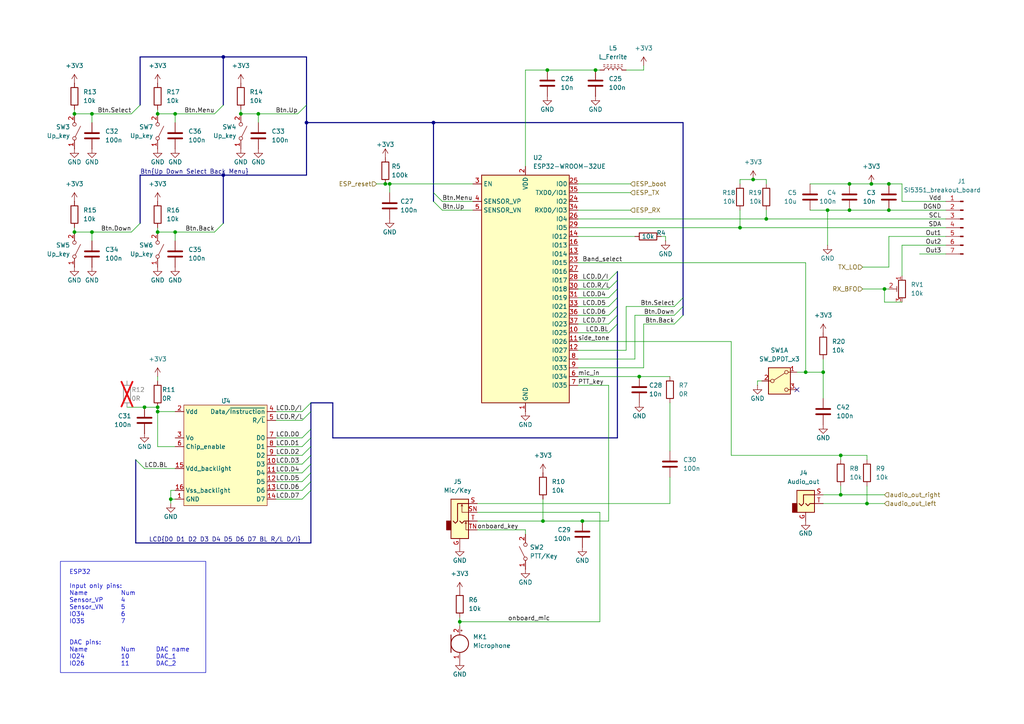
<source format=kicad_sch>
(kicad_sch (version 20231120) (generator "eeschema") (generator_version "8.0")
  (paper "A4")
  (lib_symbols
    (symbol "Connector:Conn_01x07_Pin" (pin_names (offset 1.016) hide)
      (property "Reference" "J" (at 0 10.16 0))
      (property "Value" "Conn_01x07_Pin" (at 0 -10.16 0))
      (symbol "Conn_01x07_Pin_1_1"
        (polyline (pts (xy 1.27 -7.62) (xy 0.8636 -7.62)) (stroke (width 0.1524)))
        (polyline (pts (xy 1.27 -5.08) (xy 0.8636 -5.08)) (stroke (width 0.1524)))
        (polyline (pts (xy 1.27 -2.54) (xy 0.8636 -2.54)) (stroke (width 0.1524)))
        (polyline (pts (xy 1.27 0) (xy 0.8636 0)) (stroke (width 0.1524)))
        (polyline (pts (xy 1.27 2.54) (xy 0.8636 2.54)) (stroke (width 0.1524)))
        (polyline (pts (xy 1.27 5.08) (xy 0.8636 5.08)) (stroke (width 0.1524)))
        (polyline (pts (xy 1.27 7.62) (xy 0.8636 7.62)) (stroke (width 0.1524)))
        (rectangle (start 0.8636 -7.493) (end 0 -7.747) (stroke (width 0.1524)) (fill (type outline)))
        (rectangle (start 0.8636 -4.953) (end 0 -5.207) (stroke (width 0.1524)) (fill (type outline)))
        (rectangle (start 0.8636 -2.413) (end 0 -2.667) (stroke (width 0.1524)) (fill (type outline)))
        (rectangle (start 0.8636 0.127) (end 0 -0.127) (stroke (width 0.1524)) (fill (type outline)))
        (rectangle (start 0.8636 2.667) (end 0 2.413) (stroke (width 0.1524)) (fill (type outline)))
        (rectangle (start 0.8636 5.207) (end 0 4.953) (stroke (width 0.1524)) (fill (type outline)))
        (rectangle (start 0.8636 7.747) (end 0 7.493) (stroke (width 0.1524)) (fill (type outline)))
        (pin passive line (at 5.08 7.62 180) (length 3.81) (name "Pin_1") (number "1"))
        (pin passive line (at 5.08 5.08 180) (length 3.81) (name "Pin_2") (number "2"))
        (pin passive line (at 5.08 2.54 180) (length 3.81) (name "Pin_3") (number "3"))
        (pin passive line (at 5.08 0 180) (length 3.81) (name "Pin_4") (number "4"))
        (pin passive line (at 5.08 -2.54 180) (length 3.81) (name "Pin_5") (number "5"))
        (pin passive line (at 5.08 -5.08 180) (length 3.81) (name "Pin_6") (number "6"))
        (pin passive line (at 5.08 -7.62 180) (length 3.81) (name "Pin_7") (number "7"))
      )
    )
    (symbol "Connector_Audio:AudioJack2_Ground"
      (property "Reference" "J" (at 0 8.89 0))
      (property "Value" "AudioJack2_Ground" (at 0 6.35 0))
      (symbol "AudioJack2_Ground_0_1"
        (rectangle (start -2.54 -2.54) (end -3.81 0) (stroke (width 0.254)) (fill (type outline)))
        (polyline (pts (xy 0 0) (xy 0.635 -0.635) (xy 1.27 0) (xy 2.54 0)) (stroke (width 0.254)))
        (polyline (pts (xy 2.54 2.54) (xy -0.635 2.54) (xy -0.635 0) (xy -1.27 -0.635) (xy -1.905 0)) (stroke (width 0.254)))
        (rectangle (start 2.54 3.81) (end -2.54 -2.54) (stroke (width 0.254)) (fill (type background)))
      )
      (symbol "AudioJack2_Ground_1_1"
        (pin passive line (at 0 -5.08 90) (length 2.54) (name "~") (number "G"))
        (pin passive line (at 5.08 2.54 180) (length 2.54) (name "~") (number "S"))
        (pin passive line (at 5.08 0 180) (length 2.54) (name "~") (number "T"))
      )
    )
    (symbol "Connector_Audio:AudioJack2_Ground_Switch"
      (property "Reference" "J" (at 0 11.43 0))
      (property "Value" "AudioJack2_Ground_Switch" (at 0 8.89 0))
      (symbol "AudioJack2_Ground_Switch_0_1"
        (rectangle (start -2.54 -2.54) (end -3.81 0) (stroke (width 0.254)) (fill (type outline)))
        (rectangle (start 2.54 6.35) (end -2.54 -5.08) (stroke (width 0.254)) (fill (type background)))
      )
      (symbol "AudioJack2_Ground_Switch_1_1"
        (polyline (pts (xy 0.635 4.826) (xy 0.889 4.318)))
        (polyline (pts (xy 1.778 -0.254) (xy 2.032 -0.762)))
        (polyline (pts (xy 0 0) (xy 0.635 -0.635) (xy 1.27 0) (xy 2.54 0)) (stroke (width 0.254)))
        (polyline (pts (xy 2.54 -2.54) (xy 1.778 -2.54) (xy 1.778 -0.254) (xy 1.524 -0.762)))
        (polyline (pts (xy 2.54 2.54) (xy 0.635 2.54) (xy 0.635 4.826) (xy 0.381 4.318)))
        (polyline (pts (xy 2.54 5.08) (xy -0.635 5.08) (xy -0.635 0) (xy -1.27 -0.635) (xy -1.905 0)) (stroke (width 0.254)))
        (pin passive line (at 0 -7.62 90) (length 2.54) (name "~") (number "G"))
        (pin passive line (at 5.08 5.08 180) (length 2.54) (name "~") (number "S"))
        (pin passive line (at 5.08 2.54 180) (length 2.54) (name "~") (number "SN"))
        (pin passive line (at 5.08 0 180) (length 2.54) (name "~") (number "T"))
        (pin passive line (at 5.08 -2.54 180) (length 2.54) (name "~") (number "TN"))
      )
    )
    (symbol "Device:C" (pin_numbers hide) (pin_names (offset 0.254))
      (property "Reference" "C" (at 0.635 2.54 0))
      (property "Value" "C" (at 0.635 -2.54 0))
      (symbol "C_0_1"
        (polyline (pts (xy -2.032 -0.762) (xy 2.032 -0.762)) (stroke (width 0.508)))
        (polyline (pts (xy -2.032 0.762) (xy 2.032 0.762)) (stroke (width 0.508)))
      )
      (symbol "C_1_1"
        (pin passive line (at 0 3.81 270) (length 2.794) (name "~") (number "1"))
        (pin passive line (at 0 -3.81 90) (length 2.794) (name "~") (number "2"))
      )
    )
    (symbol "Device:L_Ferrite" (pin_numbers hide) (pin_names (offset 1.016) hide)
      (property "Reference" "L" (at -1.27 0 90))
      (property "Value" "L_Ferrite" (at 2.794 0 90))
      (symbol "L_Ferrite_0_1"
        (arc (start 0 -2.54) (mid 0.6323 -1.905) (end 0 -1.27))
        (arc (start 0 -1.27) (mid 0.6323 -0.635) (end 0 0))
        (polyline (pts (xy 1.016 -2.794) (xy 1.016 -2.286)))
        (polyline (pts (xy 1.016 -1.778) (xy 1.016 -1.27)))
        (polyline (pts (xy 1.016 -0.762) (xy 1.016 -0.254)))
        (polyline (pts (xy 1.016 0.254) (xy 1.016 0.762)))
        (polyline (pts (xy 1.016 1.27) (xy 1.016 1.778)))
        (polyline (pts (xy 1.016 2.286) (xy 1.016 2.794)))
        (polyline (pts (xy 1.524 -2.286) (xy 1.524 -2.794)))
        (polyline (pts (xy 1.524 -1.27) (xy 1.524 -1.778)))
        (polyline (pts (xy 1.524 -0.254) (xy 1.524 -0.762)))
        (polyline (pts (xy 1.524 0.762) (xy 1.524 0.254)))
        (polyline (pts (xy 1.524 1.778) (xy 1.524 1.27)))
        (polyline (pts (xy 1.524 2.794) (xy 1.524 2.286)))
        (arc (start 0 0) (mid 0.6323 0.635) (end 0 1.27))
        (arc (start 0 1.27) (mid 0.6323 1.905) (end 0 2.54))
      )
      (symbol "L_Ferrite_1_1"
        (pin passive line (at 0 3.81 270) (length 1.27) (name "1") (number "1"))
        (pin passive line (at 0 -3.81 90) (length 1.27) (name "2") (number "2"))
      )
    )
    (symbol "Device:Microphone" (pin_names (offset 0.0254) hide)
      (property "Reference" "MK" (at -3.81 1.27 0))
      (property "Value" "Microphone" (at -3.81 -0.635 0))
      (symbol "Microphone_0_1"
        (polyline (pts (xy -2.54 2.54) (xy -2.54 -2.54)) (stroke (width 0.254)))
        (polyline (pts (xy 0.254 3.81) (xy 0.762 3.81)))
        (polyline (pts (xy 0.508 4.064) (xy 0.508 3.556)))
        (circle (center 0 0) (radius 2.54) (stroke (width 0.254)))
      )
      (symbol "Microphone_1_1"
        (pin passive line (at 0 -5.08 90) (length 2.54) (name "-") (number "1"))
        (pin passive line (at 0 5.08 270) (length 2.54) (name "+") (number "2"))
      )
    )
    (symbol "Device:R" (pin_numbers hide) (pin_names (offset 0))
      (property "Reference" "R" (at 2.032 0 90))
      (property "Value" "R" (at 0 0 90))
      (symbol "R_0_1"
        (rectangle (start -1.016 -2.54) (end 1.016 2.54) (stroke (width 0.254)))
      )
      (symbol "R_1_1"
        (pin passive line (at 0 3.81 270) (length 1.27) (name "~") (number "1"))
        (pin passive line (at 0 -3.81 90) (length 1.27) (name "~") (number "2"))
      )
    )
    (symbol "Device:R_Potentiometer_Trim" (pin_names (offset 1.016) hide)
      (property "Reference" "RV" (at -4.445 0 90))
      (property "Value" "R_Potentiometer_Trim" (at -2.54 0 90))
      (symbol "R_Potentiometer_Trim_0_1"
        (polyline (pts (xy 1.524 0.762) (xy 1.524 -0.762)))
        (polyline (pts (xy 2.54 0) (xy 1.524 0)))
        (rectangle (start 1.016 2.54) (end -1.016 -2.54) (stroke (width 0.254)))
      )
      (symbol "R_Potentiometer_Trim_1_1"
        (pin passive line (at 0 3.81 270) (length 1.27) (name "1") (number "1"))
        (pin passive line (at 3.81 0 180) (length 1.27) (name "2") (number "2"))
        (pin passive line (at 0 -3.81 90) (length 1.27) (name "3") (number "3"))
      )
    )
    (symbol "RF_Module:ESP32-WROOM-32UE"
      (property "Reference" "U" (at -12.7 34.29 0))
      (property "Value" "ESP32-WROOM-32UE" (at 1.27 34.29 0))
      (symbol "ESP32-WROOM-32UE_0_1"
        (rectangle (start -12.7 33.02) (end 12.7 -33.02) (stroke (width 0.254)) (fill (type background)))
      )
      (symbol "ESP32-WROOM-32UE_1_1"
        (pin power_in line (at 0 -35.56 90) (length 2.54) (name "GND") (number "1"))
        (pin bidirectional line (at 15.24 -12.7 180) (length 2.54) (name "IO25") (number "10"))
        (pin bidirectional line (at 15.24 -15.24 180) (length 2.54) (name "IO26") (number "11"))
        (pin bidirectional line (at 15.24 -17.78 180) (length 2.54) (name "IO27") (number "12"))
        (pin bidirectional line (at 15.24 10.16 180) (length 2.54) (name "IO14") (number "13"))
        (pin bidirectional line (at 15.24 15.24 180) (length 2.54) (name "IO12") (number "14"))
        (pin passive line (at 0 -35.56 90) (length 2.54) hide (name "GND") (number "15"))
        (pin bidirectional line (at 15.24 12.7 180) (length 2.54) (name "IO13") (number "16"))
        (pin no_connect line (at -12.7 -5.08 0) (length 2.54) hide (name "NC") (number "17"))
        (pin no_connect line (at -12.7 -7.62 0) (length 2.54) hide (name "NC") (number "18"))
        (pin no_connect line (at -12.7 -12.7 0) (length 2.54) hide (name "NC") (number "19"))
        (pin power_in line (at 0 35.56 270) (length 2.54) (name "VDD") (number "2"))
        (pin no_connect line (at -12.7 -10.16 0) (length 2.54) hide (name "NC") (number "20"))
        (pin no_connect line (at -12.7 0 0) (length 2.54) hide (name "NC") (number "21"))
        (pin no_connect line (at -12.7 -2.54 0) (length 2.54) hide (name "NC") (number "22"))
        (pin bidirectional line (at 15.24 7.62 180) (length 2.54) (name "IO15") (number "23"))
        (pin bidirectional line (at 15.24 25.4 180) (length 2.54) (name "IO2") (number "24"))
        (pin bidirectional line (at 15.24 30.48 180) (length 2.54) (name "IO0") (number "25"))
        (pin bidirectional line (at 15.24 20.32 180) (length 2.54) (name "IO4") (number "26"))
        (pin bidirectional line (at 15.24 5.08 180) (length 2.54) (name "IO16") (number "27"))
        (pin bidirectional line (at 15.24 2.54 180) (length 2.54) (name "IO17") (number "28"))
        (pin bidirectional line (at 15.24 17.78 180) (length 2.54) (name "IO5") (number "29"))
        (pin input line (at -15.24 30.48 0) (length 2.54) (name "EN") (number "3"))
        (pin bidirectional line (at 15.24 0 180) (length 2.54) (name "IO18") (number "30"))
        (pin bidirectional line (at 15.24 -2.54 180) (length 2.54) (name "IO19") (number "31"))
        (pin no_connect line (at -12.7 -27.94 0) (length 2.54) hide (name "NC") (number "32"))
        (pin bidirectional line (at 15.24 -5.08 180) (length 2.54) (name "IO21") (number "33"))
        (pin bidirectional line (at 15.24 22.86 180) (length 2.54) (name "RXD0/IO3") (number "34"))
        (pin bidirectional line (at 15.24 27.94 180) (length 2.54) (name "TXD0/IO1") (number "35"))
        (pin bidirectional line (at 15.24 -7.62 180) (length 2.54) (name "IO22") (number "36"))
        (pin bidirectional line (at 15.24 -10.16 180) (length 2.54) (name "IO23") (number "37"))
        (pin passive line (at 0 -35.56 90) (length 2.54) hide (name "GND") (number "38"))
        (pin passive line (at 0 -35.56 90) (length 2.54) hide (name "GND") (number "39"))
        (pin input line (at -15.24 25.4 0) (length 2.54) (name "SENSOR_VP") (number "4"))
        (pin input line (at -15.24 22.86 0) (length 2.54) (name "SENSOR_VN") (number "5"))
        (pin input line (at 15.24 -25.4 180) (length 2.54) (name "IO34") (number "6"))
        (pin input line (at 15.24 -27.94 180) (length 2.54) (name "IO35") (number "7"))
        (pin bidirectional line (at 15.24 -20.32 180) (length 2.54) (name "IO32") (number "8"))
        (pin bidirectional line (at 15.24 -22.86 180) (length 2.54) (name "IO33") (number "9"))
      )
    )
    (symbol "Switch:SW_SPST" (pin_names (offset 0) hide)
      (property "Reference" "SW" (at 0 3.175 0))
      (property "Value" "SW_SPST" (at 0 -2.54 0))
      (symbol "SW_SPST_0_0"
        (circle (center -2.032 0) (radius 0.508))
        (polyline (pts (xy -1.524 0.254) (xy 1.524 1.778)))
        (circle (center 2.032 0) (radius 0.508))
      )
      (symbol "SW_SPST_1_1"
        (pin passive line (at -5.08 0 0) (length 2.54) (name "A") (number "1"))
        (pin passive line (at 5.08 0 180) (length 2.54) (name "B") (number "2"))
      )
    )
    (symbol "power:+3V3" (power) (pin_numbers hide) (pin_names (offset 0) hide)
      (property "Value" "+3V3" (at 0 3.556 0))
      (symbol "+3V3_0_1"
        (polyline (pts (xy -0.762 1.27) (xy 0 2.54)))
        (polyline (pts (xy 0 0) (xy 0 2.54)))
        (polyline (pts (xy 0 2.54) (xy 0.762 1.27)))
      )
      (symbol "+3V3_1_1"
        (pin power_in line (at 0 0 90) (length 0) (name "~") (number "1"))
      )
    )
    (symbol "power:GND" (power) (pin_numbers hide) (pin_names (offset 0) hide)
      (property "Value" "GND" (at 0 -3.81 0))
      (symbol "GND_0_1"
        (polyline (pts (xy 0 0) (xy 0 -1.27) (xy 1.27 -1.27) (xy 0 -2.54) (xy -1.27 -1.27) (xy 0 -1.27)))
      )
      (symbol "GND_1_1"
        (pin power_in line (at 0 0 270) (length 0) (name "~") (number "1"))
      )
    )
    (symbol "power:GND1" (power) (pin_numbers hide) (pin_names (offset 0) hide)
      (property "Value" "GND1" (at 0 -3.81 0))
      (symbol "GND1_0_1"
        (polyline (pts (xy 0 0) (xy 0 -1.27) (xy 1.27 -1.27) (xy 0 -2.54) (xy -1.27 -1.27) (xy 0 -1.27)))
      )
      (symbol "GND1_1_1"
        (pin power_in line (at 0 0 270) (length 0) (name "~") (number "1"))
      )
    )
    (symbol "summit_scourer:8x2_LCD"
      (property "Reference" "U" (at 0 16.764 0))
      (symbol "8x2_LCD_1_1"
        (rectangle (start -12.7 14.605) (end 11.43 -14.605) (fill (type background)))
        (pin power_in line (at -15.24 -12.7 0) (length 2.54) (name "GND") (number "1"))
        (pin bidirectional line (at 13.97 -2.54 180) (length 2.54) (name "D3") (number "10"))
        (pin bidirectional line (at 13.97 -5.08 180) (length 2.54) (name "D4") (number "11"))
        (pin bidirectional line (at 13.97 -7.62 180) (length 2.54) (name "D5") (number "12"))
        (pin bidirectional line (at 13.97 -10.16 180) (length 2.54) (name "D6") (number "13"))
        (pin bidirectional line (at 13.97 -12.7 180) (length 2.54) (name "D7") (number "14"))
        (pin power_in line (at -15.24 -3.81 0) (length 2.54) (name "Vdd_backlight") (number "15"))
        (pin power_in line (at -15.24 -10.16 0) (length 2.54) (name "Vss_backlight") (number "16"))
        (pin power_in line (at -15.24 12.7 0) (length 2.54) (name "Vdd") (number "2"))
        (pin power_in line (at -15.24 5.08 0) (length 2.54) (name "Vo") (number "3"))
        (pin input line (at 13.97 12.7 180) (length 2.54) (name "Data/~{Instruction}") (number "4"))
        (pin input line (at 13.97 10.16 180) (length 2.54) (name "R/~{L}") (number "5"))
        (pin input line (at -15.24 2.54 0) (length 2.54) (name "Chip_enable") (number "6"))
        (pin bidirectional line (at 13.97 5.08 180) (length 2.54) (name "D0") (number "7"))
        (pin bidirectional line (at 13.97 2.54 180) (length 2.54) (name "D1") (number "8"))
        (pin bidirectional line (at 13.97 0 180) (length 2.54) (name "D2") (number "9"))
      )
    )
    (symbol "summit_scourer:SW_DPDT_x3" (pin_names (offset 0) hide)
      (property "Reference" "SW" (at 0 5.08 0))
      (property "Value" "SW_DPDT_x3" (at 0 -5.08 0))
      (symbol "SW_DPDT_x3_0_0"
        (circle (center -2.032 0) (radius 0.508))
        (circle (center 2.032 -2.54) (radius 0.508))
      )
      (symbol "SW_DPDT_x3_0_1"
        (rectangle (start -3.175 3.81) (end 3.175 -3.81) (stroke (width 0.254)) (fill (type background)))
        (polyline (pts (xy -1.524 0.254) (xy 1.5748 2.286)))
        (circle (center 2.032 2.54) (radius 0.508))
      )
      (symbol "SW_DPDT_x3_1_1"
        (pin passive line (at 5.08 2.54 180) (length 2.54) (name "A") (number "1"))
        (pin passive line (at -5.08 0 0) (length 2.54) (name "B") (number "2"))
        (pin passive line (at 5.08 -2.54 180) (length 2.54) (name "C") (number "3"))
      )
      (symbol "SW_DPDT_x3_2_1"
        (pin passive line (at 5.08 2.54 180) (length 2.54) (name "A") (number "4"))
        (pin passive line (at -5.08 0 0) (length 2.54) (name "B") (number "5"))
        (pin passive line (at 5.08 -2.54 180) (length 2.54) (name "C") (number "6"))
      )
      (symbol "SW_DPDT_x3_3_1"
        (pin passive line (at 5.08 2.54 180) (length 2.54) (name "A") (number "7"))
        (pin passive line (at -5.08 0 0) (length 2.54) (name "B") (number "8"))
        (pin passive line (at 5.08 -2.54 180) (length 2.54) (name "C") (number "9"))
      )
    )
  )
  (junction (at 185.42 109.22))
  (junction (at 246.38 60.96))
  (junction (at 64.77 50.8))
  (junction (at 125.73 35.56))
  (junction (at 214.63 66.04))
  (junction (at 64.77 16.51))
  (junction (at 113.03 53.34))
  (junction (at 238.76 107.95))
  (junction (at 111.76 53.34))
  (junction (at 158.75 20.32))
  (junction (at 45.72 118.11))
  (junction (at 26.67 67.31))
  (junction (at 256.54 83.82))
  (junction (at 133.35 180.34))
  (junction (at 21.59 33.02))
  (junction (at 21.59 67.31))
  (junction (at 233.68 107.95))
  (junction (at 45.72 33.02))
  (junction (at 74.93 33.02))
  (junction (at 45.72 67.31))
  (junction (at 243.84 132.08))
  (junction (at 45.72 119.38))
  (junction (at 69.85 33.02))
  (junction (at 157.48 151.13))
  (junction (at 257.81 60.96))
  (junction (at 26.67 33.02))
  (junction (at 50.8 67.31))
  (junction (at 243.84 143.51))
  (junction (at 50.8 33.02))
  (junction (at 240.03 60.96))
  (junction (at 49.53 144.78))
  (junction (at 246.38 53.34))
  (junction (at 172.72 20.32))
  (junction (at 251.46 146.05))
  (junction (at 222.25 63.5))
  (junction (at 41.91 118.11))
  (junction (at 88.9 35.56))
  (junction (at 252.73 53.34))
  (junction (at 218.44 52.07))
  (junction (at 257.81 53.34))
  (junction (at 168.91 151.13))
  (no_connect (at 231.14 113.03))
  (bus_entry (at 179.07 81.28) (size -2.54 2.54))
  (bus_entry (at 90.17 139.7) (size -2.54 2.54))
  (bus_entry (at 179.07 86.36) (size -2.54 2.54))
  (bus_entry (at 62.23 67.31) (size 2.54 -2.54))
  (bus_entry (at 179.07 83.82) (size -2.54 2.54))
  (bus_entry (at 128.27 58.42) (size -2.54 -2.54))
  (bus_entry (at 90.17 116.84) (size -2.54 2.54))
  (bus_entry (at 90.17 119.38) (size -2.54 2.54))
  (bus_entry (at 195.58 91.44) (size 2.54 -2.54))
  (bus_entry (at 179.07 88.9) (size -2.54 2.54))
  (bus_entry (at 179.07 91.44) (size -2.54 2.54))
  (bus_entry (at 62.23 33.02) (size 2.54 -2.54))
  (bus_entry (at 86.36 33.02) (size 2.54 -2.54))
  (bus_entry (at 38.1 67.31) (size 2.54 -2.54))
  (bus_entry (at 90.17 132.08) (size -2.54 2.54))
  (bus_entry (at 90.17 127) (size -2.54 2.54))
  (bus_entry (at 90.17 137.16) (size -2.54 2.54))
  (bus_entry (at 179.07 93.98) (size -2.54 2.54))
  (bus_entry (at 90.17 142.24) (size -2.54 2.54))
  (bus_entry (at 195.58 93.98) (size 2.54 -2.54))
  (bus_entry (at 195.58 88.9) (size 2.54 -2.54))
  (bus_entry (at 90.17 124.46) (size -2.54 2.54))
  (bus_entry (at 90.17 129.54) (size -2.54 2.54))
  (bus_entry (at 179.07 78.74) (size -2.54 2.54))
  (bus_entry (at 38.1 33.02) (size 2.54 -2.54))
  (bus_entry (at 39.37 133.35) (size 2.54 2.54))
  (bus_entry (at 90.17 134.62) (size -2.54 2.54))
  (bus_entry (at 128.27 60.96) (size -2.54 -2.54))
  (wire (pts (xy 157.48 151.13) (xy 168.91 151.13)))
  (wire (pts (xy 214.63 66.04) (xy 274.32 66.04)))
  (wire (pts (xy 256.54 143.51) (xy 243.84 143.51)))
  (wire (pts (xy 113.03 53.34) (xy 137.16 53.34)))
  (wire (pts (xy 26.67 35.56) (xy 26.67 33.02)))
  (wire (pts (xy 167.64 83.82) (xy 176.53 83.82)))
  (wire (pts (xy 274.32 58.42) (xy 261.62 58.42)))
  (bus (pts (xy 179.07 88.9) (xy 179.07 91.44)))
  (wire (pts (xy 167.64 68.58) (xy 184.15 68.58)))
  (wire (pts (xy 274.32 71.12) (xy 261.62 71.12)))
  (wire (pts (xy 50.8 67.31) (xy 45.72 67.31)))
  (wire (pts (xy 214.63 52.07) (xy 218.44 52.07)))
  (wire (pts (xy 257.81 60.96) (xy 246.38 60.96)))
  (wire (pts (xy 186.69 106.68) (xy 186.69 93.98)))
  (wire (pts (xy 167.64 101.6) (xy 181.61 101.6)))
  (wire (pts (xy 167.64 86.36) (xy 176.53 86.36)))
  (wire (pts (xy 26.67 33.02) (xy 38.1 33.02)))
  (wire (pts (xy 50.8 33.02) (xy 45.72 33.02)))
  (wire (pts (xy 74.93 35.56) (xy 74.93 33.02)))
  (wire (pts (xy 257.81 53.34) (xy 252.73 53.34)))
  (wire (pts (xy 69.85 31.75) (xy 69.85 33.02)))
  (bus (pts (xy 179.07 83.82) (xy 179.07 86.36)))
  (wire (pts (xy 133.35 180.34) (xy 173.99 180.34)))
  (wire (pts (xy 212.09 132.08) (xy 212.09 99.06)))
  (wire (pts (xy 80.01 144.78) (xy 87.63 144.78)))
  (wire (pts (xy 173.99 148.59) (xy 173.99 180.34)))
  (wire (pts (xy 158.75 20.32) (xy 172.72 20.32)))
  (wire (pts (xy 176.53 111.76) (xy 176.53 151.13)))
  (wire (pts (xy 186.69 19.05) (xy 186.69 20.32)))
  (bus (pts (xy 39.37 133.35) (xy 39.37 157.48)))
  (wire (pts (xy 240.03 60.96) (xy 234.95 60.96)))
  (wire (pts (xy 41.91 118.11) (xy 45.72 118.11)))
  (wire (pts (xy 184.15 91.44) (xy 195.58 91.44)))
  (wire (pts (xy 167.64 63.5) (xy 222.25 63.5)))
  (wire (pts (xy 80.01 137.16) (xy 87.63 137.16)))
  (wire (pts (xy 167.64 99.06) (xy 212.09 99.06)))
  (wire (pts (xy 49.53 146.05) (xy 49.53 144.78)))
  (bus (pts (xy 96.52 127) (xy 96.52 116.84)))
  (wire (pts (xy 50.8 129.54) (xy 45.72 129.54)))
  (bus (pts (xy 125.73 35.56) (xy 198.12 35.56)))
  (bus (pts (xy 64.77 16.51) (xy 88.9 16.51)))
  (wire (pts (xy 167.64 81.28) (xy 176.53 81.28)))
  (wire (pts (xy 138.43 151.13) (xy 157.48 151.13)))
  (wire (pts (xy 167.64 91.44) (xy 176.53 91.44)))
  (wire (pts (xy 222.25 63.5) (xy 274.32 63.5)))
  (bus (pts (xy 90.17 142.24) (xy 90.17 157.48)))
  (wire (pts (xy 138.43 146.05) (xy 194.31 146.05)))
  (bus (pts (xy 198.12 88.9) (xy 198.12 91.44)))
  (wire (pts (xy 252.73 53.34) (xy 246.38 53.34)))
  (bus (pts (xy 198.12 86.36) (xy 198.12 88.9)))
  (bus (pts (xy 40.64 16.51) (xy 64.77 16.51)))
  (wire (pts (xy 233.68 107.95) (xy 233.68 76.2)))
  (wire (pts (xy 185.42 109.22) (xy 194.31 109.22)))
  (wire (pts (xy 212.09 132.08) (xy 243.84 132.08)))
  (wire (pts (xy 50.8 142.24) (xy 49.53 142.24)))
  (bus (pts (xy 198.12 35.56) (xy 198.12 86.36)))
  (wire (pts (xy 137.16 58.42) (xy 128.27 58.42)))
  (wire (pts (xy 193.04 69.85) (xy 193.04 68.58)))
  (wire (pts (xy 194.31 146.05) (xy 194.31 138.43)))
  (wire (pts (xy 21.59 31.75) (xy 21.59 33.02)))
  (wire (pts (xy 261.62 53.34) (xy 257.81 53.34)))
  (wire (pts (xy 256.54 83.82) (xy 250.19 83.82)))
  (wire (pts (xy 80.01 121.92) (xy 87.63 121.92)))
  (wire (pts (xy 167.64 55.88) (xy 182.88 55.88)))
  (wire (pts (xy 167.64 60.96) (xy 182.88 60.96)))
  (wire (pts (xy 157.48 144.78) (xy 157.48 151.13)))
  (wire (pts (xy 80.01 127) (xy 87.63 127)))
  (wire (pts (xy 193.04 68.58) (xy 191.77 68.58)))
  (bus (pts (xy 90.17 127) (xy 90.17 124.46)))
  (wire (pts (xy 222.25 53.34) (xy 222.25 52.07)))
  (bus (pts (xy 179.07 78.74) (xy 179.07 81.28)))
  (bus (pts (xy 90.17 142.24) (xy 90.17 139.7)))
  (wire (pts (xy 45.72 119.38) (xy 45.72 118.11)))
  (wire (pts (xy 50.8 35.56) (xy 50.8 33.02)))
  (wire (pts (xy 80.01 119.38) (xy 87.63 119.38)))
  (wire (pts (xy 167.64 88.9) (xy 176.53 88.9)))
  (wire (pts (xy 176.53 111.76) (xy 167.64 111.76)))
  (wire (pts (xy 173.99 20.32) (xy 172.72 20.32)))
  (wire (pts (xy 186.69 20.32) (xy 181.61 20.32)))
  (bus (pts (xy 179.07 91.44) (xy 179.07 93.98)))
  (wire (pts (xy 243.84 143.51) (xy 238.76 143.51)))
  (wire (pts (xy 233.68 76.2) (xy 167.64 76.2)))
  (wire (pts (xy 257.81 68.58) (xy 257.81 77.47)))
  (wire (pts (xy 50.8 119.38) (xy 45.72 119.38)))
  (wire (pts (xy 251.46 146.05) (xy 238.76 146.05)))
  (wire (pts (xy 50.8 67.31) (xy 62.23 67.31)))
  (wire (pts (xy 251.46 133.35) (xy 251.46 132.08)))
  (wire (pts (xy 36.83 118.11) (xy 41.91 118.11)))
  (wire (pts (xy 109.22 53.34) (xy 111.76 53.34)))
  (wire (pts (xy 167.64 66.04) (xy 214.63 66.04)))
  (wire (pts (xy 218.44 52.07) (xy 222.25 52.07)))
  (wire (pts (xy 137.16 60.96) (xy 128.27 60.96)))
  (bus (pts (xy 40.64 30.48) (xy 40.64 16.51)))
  (wire (pts (xy 167.64 109.22) (xy 185.42 109.22)))
  (bus (pts (xy 90.17 129.54) (xy 90.17 127)))
  (wire (pts (xy 133.35 181.61) (xy 133.35 180.34)))
  (wire (pts (xy 222.25 60.96) (xy 222.25 63.5)))
  (bus (pts (xy 64.77 50.8) (xy 88.9 50.8)))
  (wire (pts (xy 167.64 104.14) (xy 184.15 104.14)))
  (wire (pts (xy 181.61 88.9) (xy 181.61 101.6)))
  (bus (pts (xy 39.37 157.48) (xy 90.17 157.48)))
  (bus (pts (xy 90.17 134.62) (xy 90.17 137.16)))
  (wire (pts (xy 246.38 60.96) (xy 240.03 60.96)))
  (bus (pts (xy 88.9 16.51) (xy 88.9 30.48)))
  (wire (pts (xy 26.67 67.31) (xy 21.59 67.31)))
  (wire (pts (xy 45.72 119.38) (xy 45.72 129.54)))
  (wire (pts (xy 176.53 96.52) (xy 167.64 96.52)))
  (wire (pts (xy 167.64 106.68) (xy 186.69 106.68)))
  (wire (pts (xy 152.4 20.32) (xy 152.4 48.26)))
  (wire (pts (xy 256.54 87.63) (xy 256.54 83.82)))
  (wire (pts (xy 50.8 33.02) (xy 62.23 33.02)))
  (bus (pts (xy 90.17 116.84) (xy 90.17 119.38)))
  (wire (pts (xy 41.91 135.89) (xy 50.8 135.89)))
  (wire (pts (xy 26.67 67.31) (xy 38.1 67.31)))
  (wire (pts (xy 256.54 146.05) (xy 251.46 146.05)))
  (wire (pts (xy 80.01 132.08) (xy 87.63 132.08)))
  (wire (pts (xy 214.63 52.07) (xy 214.63 53.34)))
  (bus (pts (xy 88.9 35.56) (xy 125.73 35.56)))
  (wire (pts (xy 80.01 139.7) (xy 87.63 139.7)))
  (wire (pts (xy 167.64 53.34) (xy 182.88 53.34)))
  (wire (pts (xy 173.99 148.59) (xy 138.43 148.59)))
  (wire (pts (xy 219.71 111.76) (xy 219.71 110.49)))
  (wire (pts (xy 243.84 132.08) (xy 251.46 132.08)))
  (wire (pts (xy 246.38 53.34) (xy 234.95 53.34)))
  (wire (pts (xy 45.72 31.75) (xy 45.72 33.02)))
  (wire (pts (xy 50.8 69.85) (xy 50.8 67.31)))
  (wire (pts (xy 261.62 71.12) (xy 261.62 80.01)))
  (bus (pts (xy 40.64 50.8) (xy 64.77 50.8)))
  (wire (pts (xy 261.62 87.63) (xy 256.54 87.63)))
  (bus (pts (xy 90.17 119.38) (xy 90.17 124.46)))
  (wire (pts (xy 231.14 107.95) (xy 233.68 107.95)))
  (wire (pts (xy 186.69 93.98) (xy 195.58 93.98)))
  (wire (pts (xy 233.68 107.95) (xy 238.76 107.95)))
  (wire (pts (xy 195.58 88.9) (xy 181.61 88.9)))
  (wire (pts (xy 152.4 20.32) (xy 158.75 20.32)))
  (wire (pts (xy 80.01 129.54) (xy 87.63 129.54)))
  (wire (pts (xy 49.53 144.78) (xy 50.8 144.78)))
  (bus (pts (xy 179.07 81.28) (xy 179.07 83.82)))
  (wire (pts (xy 45.72 66.04) (xy 45.72 67.31)))
  (bus (pts (xy 125.73 35.56) (xy 125.73 55.88)))
  (bus (pts (xy 64.77 16.51) (xy 64.77 30.48)))
  (wire (pts (xy 111.76 53.34) (xy 113.03 53.34)))
  (bus (pts (xy 179.07 86.36) (xy 179.07 88.9)))
  (wire (pts (xy 133.35 179.07) (xy 133.35 180.34)))
  (wire (pts (xy 238.76 104.14) (xy 238.76 107.95)))
  (wire (pts (xy 274.32 68.58) (xy 257.81 68.58)))
  (wire (pts (xy 26.67 69.85) (xy 26.67 67.31)))
  (bus (pts (xy 179.07 93.98) (xy 179.07 127)))
  (bus (pts (xy 88.9 30.48) (xy 88.9 35.56)))
  (wire (pts (xy 26.67 33.02) (xy 21.59 33.02)))
  (wire (pts (xy 45.72 109.22) (xy 45.72 110.49)))
  (wire (pts (xy 113.03 53.34) (xy 113.03 55.88)))
  (wire (pts (xy 257.81 77.47) (xy 250.19 77.47)))
  (bus (pts (xy 88.9 50.8) (xy 88.9 35.56)))
  (bus (pts (xy 125.73 55.88) (xy 125.73 58.42)))
  (wire (pts (xy 238.76 107.95) (xy 238.76 115.57)))
  (bus (pts (xy 40.64 64.77) (xy 40.64 50.8)))
  (wire (pts (xy 152.4 153.67) (xy 152.4 154.94)))
  (wire (pts (xy 261.62 58.42) (xy 261.62 53.34)))
  (wire (pts (xy 243.84 132.08) (xy 243.84 133.35)))
  (wire (pts (xy 49.53 142.24) (xy 49.53 144.78)))
  (bus (pts (xy 96.52 116.84) (xy 90.17 116.84)))
  (wire (pts (xy 184.15 104.14) (xy 184.15 91.44)))
  (bus (pts (xy 179.07 127) (xy 96.52 127)))
  (wire (pts (xy 74.93 33.02) (xy 86.36 33.02)))
  (wire (pts (xy 251.46 140.97) (xy 251.46 146.05)))
  (wire (pts (xy 257.81 83.82) (xy 256.54 83.82)))
  (bus (pts (xy 90.17 132.08) (xy 90.17 129.54)))
  (wire (pts (xy 274.32 60.96) (xy 257.81 60.96)))
  (wire (pts (xy 214.63 60.96) (xy 214.63 66.04)))
  (wire (pts (xy 80.01 142.24) (xy 87.63 142.24)))
  (wire (pts (xy 74.93 33.02) (xy 69.85 33.02)))
  (wire (pts (xy 219.71 110.49) (xy 220.98 110.49)))
  (bus (pts (xy 90.17 139.7) (xy 90.17 137.16)))
  (wire (pts (xy 138.43 153.67) (xy 152.4 153.67)))
  (wire (pts (xy 167.64 93.98) (xy 176.53 93.98)))
  (bus (pts (xy 64.77 50.8) (xy 64.77 64.77)))
  (bus (pts (xy 90.17 134.62) (xy 90.17 132.08)))
  (wire (pts (xy 21.59 66.04) (xy 21.59 67.31)))
  (wire (pts (xy 194.31 116.84) (xy 194.31 130.81)))
  (wire (pts (xy 80.01 134.62) (xy 87.63 134.62)))
  (wire (pts (xy 176.53 151.13) (xy 168.91 151.13)))
  (wire (pts (xy 274.32 73.66) (xy 266.7 73.66)))
  (wire (pts (xy 240.03 71.12) (xy 240.03 60.96)))
  (wire (pts (xy 243.84 140.97) (xy 243.84 143.51)))
  (rectangle (start 17.526 162.814) (end 59.69 195.072))
  (text "ESP32\n\nInput only pins:\nName		Num\nSensor_VP	4\nSensor_VN	5\nIO34		6\nIO35		7\n\n\nDAC pins:\nName		Num		DAC name\nIO24		10		DAC_1\nIO26		11		DAC_2" (at 20.066 179.324 0) (effects (font (size 1.27 1.27)) (justify left)))
  (label "Band_select" (at 168.91 76.2 0))
  (label "LCD.D{slash}I" (at 168.91 81.28 0))
  (label "Btn.Back" (at 62.23 67.31 180))
  (label "side_tone" (at 167.64 99.06 0))
  (label "LCD.BL" (at 176.53 96.52 180))
  (label "LCD.D0" (at 80.01 127 0))
  (label "Btn.Down" (at 38.1 67.31 180))
  (label "SDA" (at 273.05 66.04 180))
  (label "LCD{D0 D1 D2 D3 D4 D5 D6 D7 BL R{slash}L D{slash}I}" (at 43.18 157.48 0))
  (label "onboard_mic" (at 147.32 180.34 0))
  (label "onboard_key" (at 138.43 153.67 0))
  (label "LCD.D{slash}I" (at 80.01 119.38 0))
  (label "LCD.R{slash}L" (at 168.91 83.82 0))
  (label "LCD.D6" (at 168.91 91.44 0))
  (label "LCD.D1" (at 80.01 129.54 0))
  (label "SCL" (at 273.05 63.5 180))
  (label "LCD.D7" (at 168.91 93.98 0))
  (label "Btn.Select" (at 195.58 88.9 180))
  (label "Btn.Menu" (at 128.27 58.42 0))
  (label "mic_in" (at 167.64 109.22 0))
  (label "Btn{Up Down Select Back Menu}" (at 40.64 50.8 0))
  (label "LCD.D5" (at 168.91 88.9 0))
  (label "Btn.Select" (at 38.1 33.02 180))
  (label "Out2" (at 273.05 71.12 180))
  (label "LCD.BL" (at 41.91 135.89 0))
  (label "Btn.Down" (at 195.58 91.44 180))
  (label "LCD.D5" (at 80.01 139.7 0))
  (label "Btn.Up" (at 128.27 60.96 0))
  (label "Btn.Back" (at 195.58 93.98 180))
  (label "LCD.D4" (at 80.01 137.16 0))
  (label "Btn.Up" (at 86.36 33.02 180))
  (label "LCD.D4" (at 168.91 86.36 0))
  (label "LCD.D2" (at 80.01 132.08 0))
  (label "DGND" (at 273.05 60.96 180))
  (label "LCD.D6" (at 80.01 142.24 0))
  (label "Btn.Menu" (at 62.23 33.02 180))
  (label "LCD.D3" (at 80.01 134.62 0))
  (label "LCD.R{slash}L" (at 80.01 121.92 0))
  (label "Out3" (at 273.05 73.66 180))
  (label "Vdd" (at 273.05 58.42 180))
  (label "LCD.D7" (at 80.01 144.78 0))
  (label "Out1" (at 273.05 68.58 180))
  (label "PTT_key" (at 167.64 111.76 0))
  (hierarchical_label "audio_out_right" (shape input) (at 256.54 143.51 0))
  (hierarchical_label "ESP_boot" (shape input) (at 182.88 53.34 0))
  (hierarchical_label "audio_out_left" (shape input) (at 256.54 146.05 0))
  (hierarchical_label "RX_BFO" (shape input) (at 250.19 83.82 180))
  (hierarchical_label "TX_LO" (shape input) (at 250.19 77.47 180))
  (hierarchical_label "ESP_reset" (shape input) (at 109.22 53.34 180))
  (hierarchical_label "ESP_TX" (shape input) (at 182.88 55.88 0))
  (hierarchical_label "ESP_RX" (shape input) (at 182.88 60.96 0))
  (symbol (lib_id "Device:R") (at 69.85 27.94 0) (unit 1)
    (property "Reference" "R14" (at 72.39 26.6699 0) (effects (justify left)))
    (property "Value" "10k" (at 72.39 29.2099 0) (effects (justify left)))
    (property "Description" "Resistor" (effects (hide yes)))
  )
  (symbol (lib_id "Device:L_Ferrite") (at 177.8 20.32 90) (unit 1)
    (property "Reference" "L5" (at 177.8 13.97 90))
    (property "Value" "L_Ferrite" (at 177.8 16.51 90))
    (property "Description" "Inductor with ferrite core" (effects (hide yes)))
  )
  (symbol (lib_id "power:+3V3") (at 45.72 24.13 0) (unit 1)
    (property "Reference" "#PWR052" (effects (hide yes)))
    (property "Value" "+3V3" (at 45.72 19.05 0))
    (property "Description" "Power symbol creates a global label with name \"+3V3\"" (effects (hide yes)))
  )
  (symbol (lib_id "Device:C") (at 74.93 39.37 0) (unit 1)
    (property "Reference" "C33" (at 78.74 38.0999 0) (effects (justify left)))
    (property "Value" "100n" (at 78.74 40.6399 0) (effects (justify left)))
    (property "Footprint" "Capacitor_SMD:C_0603_1608Metric_Pad1.08x0.95mm_HandSolder" (effects (hide yes)))
    (property "Description" "Unpolarized capacitor" (effects (hide yes)))
  )
  (symbol (lib_id "Switch:SW_SPST") (at 69.85 38.1 270) (mirror x) (unit 1)
    (property "Reference" "SW4" (at 68.58 36.8299 90) (effects (justify right)))
    (property "Value" "Up_key" (at 68.58 39.3699 90) (effects (justify right)))
    (property "Description" "Single Pole Single Throw (SPST) switch" (effects (hide yes)))
  )
  (symbol (lib_id "power:GND1") (at 113.03 63.5 0) (unit 1)
    (property "Reference" "#PWR028" (effects (hide yes)))
    (property "Value" "GND" (at 113.03 67.31 0))
    (property "Description" "Power symbol creates a global label with name \"GND1\" , ground" (effects (hide yes)))
  )
  (symbol (lib_id "power:+3V3") (at 186.69 19.05 0) (unit 1)
    (property "Reference" "#PWR025" (effects (hide yes)))
    (property "Value" "+3V3" (at 186.69 13.97 0))
    (property "Description" "Power symbol creates a global label with name \"+3V3\"" (effects (hide yes)))
  )
  (symbol (lib_id "Device:R") (at 187.96 68.58 90) (unit 1)
    (property "Reference" "R4" (at 191.77 67.564 90))
    (property "Value" "10k" (at 187.96 68.58 90))
    (property "Description" "Resistor" (effects (hide yes)))
  )
  (symbol (lib_id "power:GND1") (at 193.04 69.85 0) (unit 1)
    (property "Reference" "#PWR024" (effects (hide yes)))
    (property "Value" "GND" (at 193.04 73.66 0))
    (property "Description" "Power symbol creates a global label with name \"GND1\" , ground" (effects (hide yes)))
  )
  (symbol (lib_id "power:+3V3") (at 69.85 24.13 0) (unit 1)
    (property "Reference" "#PWR043" (effects (hide yes)))
    (property "Value" "+3V3" (at 69.85 19.05 0))
    (property "Description" "Power symbol creates a global label with name \"+3V3\"" (effects (hide yes)))
  )
  (symbol (lib_id "Switch:SW_SPST") (at 45.72 72.39 270) (mirror x) (unit 1)
    (property "Reference" "SW6" (at 44.45 71.1199 90) (effects (justify right)))
    (property "Value" "Up_key" (at 44.45 73.6599 90) (effects (justify right)))
    (property "Description" "Single Pole Single Throw (SPST) switch" (effects (hide yes)))
  )
  (symbol (lib_id "Device:C") (at 172.72 24.13 0) (unit 1)
    (property "Reference" "C25" (at 176.53 22.8599 0) (effects (justify left)))
    (property "Value" "100n" (at 176.53 25.3999 0) (effects (justify left)))
    (property "Footprint" "Capacitor_SMD:C_0504_1310Metric_Pad0.83x1.28mm_HandSolder" (effects (hide yes)))
    (property "Description" "Unpolarized capacitor" (effects (hide yes)))
  )
  (symbol (lib_id "Device:R") (at 157.48 140.97 0) (unit 1)
    (property "Reference" "R10" (at 160.02 139.6999 0) (effects (justify left)))
    (property "Value" "10k" (at 160.02 142.2399 0) (effects (justify left)))
    (property "Description" "Resistor" (effects (hide yes)))
  )
  (symbol (lib_id "Device:C") (at 168.91 154.94 0) (mirror y) (unit 1)
    (property "Reference" "C29" (at 165.608 153.67 0) (effects (justify left)))
    (property "Value" "100n" (at 165.608 156.21 0) (effects (justify left)))
    (property "Footprint" "Capacitor_SMD:C_0603_1608Metric_Pad1.08x0.95mm_HandSolder" (effects (hide yes)))
    (property "Description" "Unpolarized capacitor" (effects (hide yes)))
  )
  (symbol (lib_id "power:GND1") (at 133.35 191.77 0) (unit 1)
    (property "Reference" "#PWR030" (effects (hide yes)))
    (property "Value" "GND" (at 133.35 195.58 0))
    (property "Description" "Power symbol creates a global label with name \"GND1\" , ground" (effects (hide yes)))
  )
  (symbol (lib_id "power:GND") (at 233.68 151.13 0) (mirror y) (unit 1)
    (property "Reference" "#PWR018" (effects (hide yes)))
    (property "Value" "GND" (at 233.68 154.686 0))
    (property "Description" "Power symbol creates a global label with name \"GND\" , ground" (effects (hide yes)))
  )
  (symbol (lib_id "summit_scourer:8x2_LCD") (at 66.04 132.08 0) (unit 1)
    (property "Reference" "U4" (at 65.532 116.332 0))
    (property "Value" "~" (at 65.405 115.57 0))
  )
  (symbol (lib_id "Device:C") (at 26.67 73.66 0) (unit 1)
    (property "Reference" "C34" (at 30.48 72.3899 0) (effects (justify left)))
    (property "Value" "100n" (at 30.48 74.9299 0) (effects (justify left)))
    (property "Footprint" "Capacitor_SMD:C_0603_1608Metric_Pad1.08x0.95mm_HandSolder" (effects (hide yes)))
    (property "Description" "Unpolarized capacitor" (effects (hide yes)))
  )
  (symbol (lib_id "power:GND1") (at 133.35 158.75 0) (unit 1)
    (property "Reference" "#PWR033" (effects (hide yes)))
    (property "Value" "GND" (at 133.35 162.56 0))
    (property "Description" "Power symbol creates a global label with name \"GND1\" , ground" (effects (hide yes)))
  )
  (symbol (lib_id "power:GND1") (at 238.76 123.19 0) (unit 1)
    (property "Reference" "#PWR060" (effects (hide yes)))
    (property "Value" "GND" (at 238.76 127 0))
    (property "Description" "Power symbol creates a global label with name \"GND1\" , ground" (effects (hide yes)))
  )
  (symbol (lib_id "Device:R") (at 214.63 57.15 0) (mirror y) (unit 1)
    (property "Reference" "R18" (at 213.36 55.88 0) (effects (justify left)))
    (property "Value" "10k" (at 213.36 58.42 0) (effects (justify left)))
    (property "Description" "Resistor" (effects (hide yes)))
  )
  (symbol (lib_id "power:GND1") (at 172.72 27.94 0) (unit 1)
    (property "Reference" "#PWR026" (effects (hide yes)))
    (property "Value" "GND" (at 172.72 31.75 0))
    (property "Description" "Power symbol creates a global label with name \"GND1\" , ground" (effects (hide yes)))
  )
  (symbol (lib_id "Device:R") (at 36.83 114.3 0) (unit 1) (in_bom no) (dnp yes)
    (property "Reference" "R12" (at 38.1 113.03 0) (effects (justify left)))
    (property "Value" "0R" (at 38.1 115.57 0) (effects (justify left)))
    (property "Description" "Resistor" (effects (hide yes)))
  )
  (symbol (lib_id "power:GND1") (at 21.59 77.47 0) (unit 1)
    (property "Reference" "#PWR047" (effects (hide yes)))
    (property "Value" "GND" (at 21.59 81.28 0))
    (property "Description" "Power symbol creates a global label with name \"GND1\" , ground" (effects (hide yes)))
  )
  (symbol (lib_id "power:GND1") (at 69.85 43.18 0) (unit 1)
    (property "Reference" "#PWR044" (effects (hide yes)))
    (property "Value" "GND" (at 69.85 46.99 0))
    (property "Description" "Power symbol creates a global label with name \"GND1\" , ground" (effects (hide yes)))
  )
  (symbol (lib_id "power:GND1") (at 152.4 119.38 0) (unit 1)
    (property "Reference" "#PWR023" (effects (hide yes)))
    (property "Value" "GND" (at 152.4 123.19 0))
    (property "Description" "Power symbol creates a global label with name \"GND1\" , ground" (effects (hide yes)))
  )
  (symbol (lib_id "power:+3V3") (at 21.59 24.13 0) (unit 1)
    (property "Reference" "#PWR042" (effects (hide yes)))
    (property "Value" "+3V3" (at 21.59 19.05 0))
    (property "Description" "Power symbol creates a global label with name \"+3V3\"" (effects (hide yes)))
  )
  (symbol (lib_id "Switch:SW_SPST") (at 21.59 72.39 270) (mirror x) (unit 1)
    (property "Reference" "SW5" (at 20.32 71.1199 90) (effects (justify right)))
    (property "Value" "Up_key" (at 20.32 73.6599 90) (effects (justify right)))
    (property "Description" "Single Pole Single Throw (SPST) switch" (effects (hide yes)))
  )
  (symbol (lib_id "power:+3V3") (at 133.35 171.45 0) (unit 1)
    (property "Reference" "#PWR034" (effects (hide yes)))
    (property "Value" "+3V3" (at 133.35 166.37 0))
    (property "Description" "Power symbol creates a global label with name \"+3V3\"" (effects (hide yes)))
  )
  (symbol (lib_id "power:GND1") (at 26.67 77.47 0) (unit 1)
    (property "Reference" "#PWR048" (effects (hide yes)))
    (property "Value" "GND" (at 26.67 81.28 0))
    (property "Description" "Power symbol creates a global label with name \"GND1\" , ground" (effects (hide yes)))
  )
  (symbol (lib_id "power:+3V3") (at 252.73 53.34 0) (mirror y) (unit 1)
    (property "Reference" "#PWR03" (effects (hide yes)))
    (property "Value" "+3V3" (at 252.73 48.26 0))
    (property "Description" "Power symbol creates a global label with name \"+3V3\"" (effects (hide yes)))
  )
  (symbol (lib_id "Device:R") (at 21.59 62.23 0) (unit 1)
    (property "Reference" "R15" (at 24.13 60.9599 0) (effects (justify left)))
    (property "Value" "10k" (at 24.13 63.4999 0) (effects (justify left)))
    (property "Description" "Resistor" (effects (hide yes)))
  )
  (symbol (lib_id "power:GND1") (at 50.8 77.47 0) (unit 1)
    (property "Reference" "#PWR051" (effects (hide yes)))
    (property "Value" "GND" (at 50.8 81.28 0))
    (property "Description" "Power symbol creates a global label with name \"GND1\" , ground" (effects (hide yes)))
  )
  (symbol (lib_id "Device:C") (at 185.42 113.03 0) (unit 1)
    (property "Reference" "C28" (at 188.214 111.76 0) (effects (justify left)))
    (property "Value" "10n" (at 188.214 114.3 0) (effects (justify left)))
    (property "Footprint" "Capacitor_SMD:C_0603_1608Metric_Pad1.08x0.95mm_HandSolder" (effects (hide yes)))
    (property "Description" "Unpolarized capacitor" (effects (hide yes)))
  )
  (symbol (lib_id "power:GND1") (at 152.4 165.1 0) (unit 1)
    (property "Reference" "#PWR031" (effects (hide yes)))
    (property "Value" "GND" (at 152.4 168.91 0))
    (property "Description" "Power symbol creates a global label with name \"GND1\" , ground" (effects (hide yes)))
  )
  (symbol (lib_id "Device:C") (at 41.91 121.92 0) (mirror y) (unit 1)
    (property "Reference" "C31" (at 38.1 120.6499 0) (effects (justify left)))
    (property "Value" "100n" (at 38.1 123.1899 0) (effects (justify left)))
    (property "Footprint" "Capacitor_SMD:C_0504_1310Metric_Pad0.83x1.28mm_HandSolder" (effects (hide yes)))
    (property "Description" "Unpolarized capacitor" (effects (hide yes)))
  )
  (symbol (lib_id "power:GND1") (at 49.53 146.05 0) (unit 1)
    (property "Reference" "#PWR038" (effects (hide yes)))
    (property "Value" "GND" (at 49.53 149.86 0))
    (property "Description" "Power symbol creates a global label with name \"GND1\" , ground" (effects (hide yes)))
  )
  (symbol (lib_id "power:GND1") (at 74.93 43.18 0) (unit 1)
    (property "Reference" "#PWR045" (effects (hide yes)))
    (property "Value" "GND" (at 74.93 46.99 0))
    (property "Description" "Power symbol creates a global label with name \"GND1\" , ground" (effects (hide yes)))
  )
  (symbol (lib_id "Device:C") (at 50.8 73.66 0) (unit 1)
    (property "Reference" "C35" (at 54.61 72.3899 0) (effects (justify left)))
    (property "Value" "100n" (at 54.61 74.9299 0) (effects (justify left)))
    (property "Footprint" "Capacitor_SMD:C_0603_1608Metric_Pad1.08x0.95mm_HandSolder" (effects (hide yes)))
    (property "Description" "Unpolarized capacitor" (effects (hide yes)))
  )
  (symbol (lib_id "Device:C") (at 26.67 39.37 0) (unit 1)
    (property "Reference" "C32" (at 30.48 38.0999 0) (effects (justify left)))
    (property "Value" "100n" (at 30.48 40.6399 0) (effects (justify left)))
    (property "Footprint" "Capacitor_SMD:C_0603_1608Metric_Pad1.08x0.95mm_HandSolder" (effects (hide yes)))
    (property "Description" "Unpolarized capacitor" (effects (hide yes)))
  )
  (symbol (lib_id "power:+3V3") (at 157.48 137.16 0) (unit 1)
    (property "Reference" "#PWR036" (effects (hide yes)))
    (property "Value" "+3V3" (at 157.48 132.08 0))
    (property "Description" "Power symbol creates a global label with name \"+3V3\"" (effects (hide yes)))
  )
  (symbol (lib_id "power:GND1") (at 50.8 43.18 0) (unit 1)
    (property "Reference" "#PWR054" (effects (hide yes)))
    (property "Value" "GND" (at 50.8 46.99 0))
    (property "Description" "Power symbol creates a global label with name \"GND1\" , ground" (effects (hide yes)))
  )
  (symbol (lib_id "Switch:SW_SPST") (at 21.59 38.1 270) (mirror x) (unit 1)
    (property "Reference" "SW3" (at 20.32 36.8299 90) (effects (justify right)))
    (property "Value" "Up_key" (at 20.32 39.3699 90) (effects (justify right)))
    (property "Description" "Single Pole Single Throw (SPST) switch" (effects (hide yes)))
  )
  (symbol (lib_id "Device:C") (at 246.38 57.15 0) (mirror y) (unit 1)
    (property "Reference" "C4" (at 242.57 55.8799 0) (effects (justify left)))
    (property "Value" "100n" (at 242.57 58.4199 0) (effects (justify left)))
    (property "Footprint" "Capacitor_SMD:C_0504_1310Metric_Pad0.83x1.28mm_HandSolder" (effects (hide yes)))
    (property "Description" "Unpolarized capacitor" (effects (hide yes)))
  )
  (symbol (lib_id "power:GND1") (at 240.03 71.12 0) (mirror y) (unit 1)
    (property "Reference" "#PWR04" (effects (hide yes)))
    (property "Value" "GND" (at 240.03 74.93 0))
    (property "Description" "Power symbol creates a global label with name \"GND1\" , ground" (effects (hide yes)))
  )
  (symbol (lib_id "Device:R") (at 133.35 175.26 0) (unit 1)
    (property "Reference" "R6" (at 135.89 173.9899 0) (effects (justify left)))
    (property "Value" "10k" (at 135.89 176.5299 0) (effects (justify left)))
    (property "Description" "Resistor" (effects (hide yes)))
  )
  (symbol (lib_id "RF_Module:ESP32-WROOM-32UE") (at 152.4 83.82 0) (unit 1)
    (property "Reference" "U2" (at 154.5941 45.72 0) (effects (justify left)))
    (property "Value" "ESP32-WROOM-32UE" (at 154.5941 48.26 0) (effects (justify left)))
    (property "Footprint" "RF_Module:ESP32-WROOM-32UE" (effects (hide yes)))
    (property "Datasheet" "https://www.espressif.com/sites/default/files/documentation/esp32-wroom-32e_esp32-wroom-32ue_datasheet_en.pdf" (effects (hide yes)))
    (property "Description" "RF Module, ESP32-D0WD-V3 SoC, without PSRAM, Wi-Fi 802.11b/g/n, Bluetooth, BLE, 32-bit, 2.7-3.6V, external antenna, SMD" (effects (hide yes)))
  )
  (symbol (lib_id "Device:C") (at 238.76 119.38 0) (unit 1)
    (property "Reference" "C42" (at 242.57 118.1099 0) (effects (justify left)))
    (property "Value" "100n" (at 242.57 120.6499 0) (effects (justify left)))
    (property "Footprint" "Capacitor_SMD:C_0603_1608Metric_Pad1.08x0.95mm_HandSolder" (effects (hide yes)))
    (property "Description" "Unpolarized capacitor" (effects (hide yes)))
  )
  (symbol (lib_id "power:GND1") (at 21.59 43.18 0) (unit 1)
    (property "Reference" "#PWR040" (effects (hide yes)))
    (property "Value" "GND" (at 21.59 46.99 0))
    (property "Description" "Power symbol creates a global label with name \"GND1\" , ground" (effects (hide yes)))
  )
  (symbol (lib_id "power:+3V3") (at 45.72 109.22 0) (unit 1)
    (property "Reference" "#PWR037" (effects (hide yes)))
    (property "Value" "+3V3" (at 45.72 104.14 0))
    (property "Description" "Power symbol creates a global label with name \"+3V3\"" (effects (hide yes)))
  )
  (symbol (lib_id "Connector:Conn_01x07_Pin") (at 279.4 66.04 0) (mirror y) (unit 1)
    (property "Reference" "J1" (at 278.892 52.578 0))
    (property "Value" "SI5351_breakout_board" (at 273.304 55.118 0))
    (property "Footprint" "Connector_PinHeader_2.54mm:PinHeader_1x07_P2.54mm_Vertical" (effects (hide yes)))
    (property "Description" "Generic connector, single row, 01x07, script generated" (effects (hide yes)))
  )
  (symbol (lib_id "power:GND1") (at 45.72 77.47 0) (unit 1)
    (property "Reference" "#PWR050" (effects (hide yes)))
    (property "Value" "GND" (at 45.72 81.28 0))
    (property "Description" "Power symbol creates a global label with name \"GND1\" , ground" (effects (hide yes)))
  )
  (symbol (lib_id "Device:C") (at 50.8 39.37 0) (unit 1)
    (property "Reference" "C36" (at 54.61 38.0999 0) (effects (justify left)))
    (property "Value" "100n" (at 54.61 40.6399 0) (effects (justify left)))
    (property "Footprint" "Capacitor_SMD:C_0603_1608Metric_Pad1.08x0.95mm_HandSolder" (effects (hide yes)))
    (property "Description" "Unpolarized capacitor" (effects (hide yes)))
  )
  (symbol (lib_id "power:+3V3") (at 21.59 58.42 0) (unit 1)
    (property "Reference" "#PWR046" (effects (hide yes)))
    (property "Value" "+3V3" (at 21.59 53.34 0))
    (property "Description" "Power symbol creates a global label with name \"+3V3\"" (effects (hide yes)))
  )
  (symbol (lib_id "Device:C") (at 194.31 134.62 0) (unit 1)
    (property "Reference" "C30" (at 198.12 133.3499 0) (effects (justify left)))
    (property "Value" "100n" (at 198.12 135.8899 0) (effects (justify left)))
    (property "Footprint" "Capacitor_SMD:C_0504_1310Metric_Pad0.83x1.28mm_HandSolder" (effects (hide yes)))
    (property "Description" "Unpolarized capacitor" (effects (hide yes)))
  )
  (symbol (lib_id "power:+3V3") (at 111.76 45.72 0) (unit 1)
    (property "Reference" "#PWR029" (effects (hide yes)))
    (property "Value" "+3V3" (at 111.76 41.91 0))
    (property "Description" "Power symbol creates a global label with name \"+3V3\"" (effects (hide yes)))
  )
  (symbol (lib_id "Device:R") (at 45.72 114.3 0) (unit 1)
    (property "Reference" "R11" (at 46.99 113.03 0) (effects (justify left)))
    (property "Value" "0R" (at 46.99 115.57 0) (effects (justify left)))
    (property "Description" "Resistor" (effects (hide yes)))
  )
  (symbol (lib_id "Device:R") (at 45.72 62.23 0) (unit 1)
    (property "Reference" "R16" (at 48.26 60.9599 0) (effects (justify left)))
    (property "Value" "10k" (at 48.26 63.4999 0) (effects (justify left)))
    (property "Description" "Resistor" (effects (hide yes)))
  )
  (symbol (lib_id "summit_scourer:SW_DPDT_x3") (at 226.06 110.49 0) (unit 1)
    (property "Reference" "SW1" (at 226.06 101.6 0))
    (property "Value" "SW_DPDT_x3" (at 226.06 104.14 0))
    (property "Description" "Switch, dual pole double throw, separate symbols" (effects (hide yes)))
  )
  (symbol (lib_id "Device:C") (at 257.81 57.15 0) (mirror y) (unit 1)
    (property "Reference" "C3" (at 254 55.8799 0) (effects (justify left)))
    (property "Value" "10n" (at 254 58.4199 0) (effects (justify left)))
    (property "Footprint" "Capacitor_SMD:C_0603_1608Metric_Pad1.08x0.95mm_HandSolder" (effects (hide yes)))
    (property "Description" "Unpolarized capacitor" (effects (hide yes)))
  )
  (symbol (lib_id "Device:C") (at 234.95 57.15 0) (mirror y) (unit 1)
    (property "Reference" "C5" (at 231.14 55.8799 0) (effects (justify left)))
    (property "Value" "10u" (at 231.14 58.4199 0) (effects (justify left)))
    (property "Footprint" "Capacitor_SMD:C_1210_3225Metric_Pad1.33x2.70mm_HandSolder" (effects (hide yes)))
    (property "Description" "Unpolarized capacitor" (effects (hide yes)))
  )
  (symbol (lib_id "Connector_Audio:AudioJack2_Ground") (at 233.68 146.05 0) (unit 1)
    (property "Reference" "J4" (at 233.045 137.16 0))
    (property "Value" "Audio_out" (at 233.045 139.7 0))
    (property "Description" "Audio Jack, 2 Poles (Mono / TS), Grounded Sleeve" (effects (hide yes)))
  )
  (symbol (lib_id "Device:R") (at 194.31 113.03 0) (unit 1)
    (property "Reference" "R7" (at 196.85 111.7599 0) (effects (justify left)))
    (property "Value" "0R" (at 196.85 114.2999 0) (effects (justify left)))
    (property "Description" "Resistor" (effects (hide yes)))
  )
  (symbol (lib_id "Connector_Audio:AudioJack2_Ground_Switch") (at 133.35 151.13 0) (unit 1)
    (property "Reference" "J5" (at 132.715 139.7 0))
    (property "Value" "Mic/Key" (at 132.715 142.24 0))
    (property "Description" "Audio Jack, 2 Poles (Mono / TS), Grounded Sleeve, Switched Pole (Normalling)" (effects (hide yes)))
  )
  (symbol (lib_id "power:GND1") (at 45.72 43.18 0) (unit 1)
    (property "Reference" "#PWR053" (effects (hide yes)))
    (property "Value" "GND" (at 45.72 46.99 0))
    (property "Description" "Power symbol creates a global label with name \"GND1\" , ground" (effects (hide yes)))
  )
  (symbol (lib_id "power:+3V3") (at 45.72 58.42 0) (unit 1)
    (property "Reference" "#PWR049" (effects (hide yes)))
    (property "Value" "+3V3" (at 45.72 53.34 0))
    (property "Description" "Power symbol creates a global label with name \"+3V3\"" (effects (hide yes)))
  )
  (symbol (lib_id "power:GND1") (at 185.42 116.84 0) (unit 1)
    (property "Reference" "#PWR035" (effects (hide yes)))
    (property "Value" "GND" (at 185.42 120.65 0))
    (property "Description" "Power symbol creates a global label with name \"GND1\" , ground" (effects (hide yes)))
  )
  (symbol (lib_id "power:+3V3") (at 218.44 52.07 0) (mirror y) (unit 1)
    (property "Reference" "#PWR055" (effects (hide yes)))
    (property "Value" "+3V3" (at 218.44 46.99 0))
    (property "Description" "Power symbol creates a global label with name \"+3V3\"" (effects (hide yes)))
  )
  (symbol (lib_id "Device:R_Potentiometer_Trim") (at 261.62 83.82 0) (mirror y) (unit 1)
    (property "Reference" "RV1" (at 264.16 82.5499 0) (effects (justify right)))
    (property "Value" "10k" (at 264.16 85.0899 0) (effects (justify right)))
    (property "Description" "Trim-potentiometer" (effects (hide yes)))
  )
  (symbol (lib_id "Switch:SW_SPST") (at 152.4 160.02 90) (unit 1)
    (property "Reference" "SW2" (at 153.67 158.7499 90) (effects (justify right)))
    (property "Value" "PTT/Key" (at 153.67 161.2899 90) (effects (justify right)))
    (property "Description" "Single Pole Single Throw (SPST) switch" (effects (hide yes)))
  )
  (symbol (lib_id "Switch:SW_SPST") (at 45.72 38.1 270) (mirror x) (unit 1)
    (property "Reference" "SW7" (at 44.45 36.8299 90) (effects (justify right)))
    (property "Value" "Up_key" (at 44.45 39.3699 90) (effects (justify right)))
    (property "Description" "Single Pole Single Throw (SPST) switch" (effects (hide yes)))
  )
  (symbol (lib_id "power:GND1") (at 168.91 158.75 0) (unit 1)
    (property "Reference" "#PWR032" (effects (hide yes)))
    (property "Value" "GND" (at 168.91 162.56 0))
    (property "Description" "Power symbol creates a global label with name \"GND1\" , ground" (effects (hide yes)))
  )
  (symbol (lib_id "Device:R") (at 45.72 27.94 0) (unit 1)
    (property "Reference" "R17" (at 48.26 26.6699 0) (effects (justify left)))
    (property "Value" "10k" (at 48.26 29.2099 0) (effects (justify left)))
    (property "Description" "Resistor" (effects (hide yes)))
  )
  (symbol (lib_id "Device:R") (at 222.25 57.15 0) (mirror y) (unit 1)
    (property "Reference" "R19" (at 220.98 55.88 0) (effects (justify left)))
    (property "Value" "10k" (at 220.98 58.42 0) (effects (justify left)))
    (property "Description" "Resistor" (effects (hide yes)))
  )
  (symbol (lib_id "Device:C") (at 113.03 59.69 0) (unit 1)
    (property "Reference" "C27" (at 116.078 58.42 0) (effects (justify left)))
    (property "Value" "100n" (at 116.078 60.96 0) (effects (justify left)))
    (property "Footprint" "Capacitor_SMD:C_0504_1310Metric_Pad0.83x1.28mm_HandSolder" (effects (hide yes)))
    (property "Description" "Unpolarized capacitor" (effects (hide yes)))
  )
  (symbol (lib_id "power:+3V3") (at 238.76 96.52 0) (unit 1)
    (property "Reference" "#PWR059" (effects (hide yes)))
    (property "Value" "+3V3" (at 238.76 91.44 0))
    (property "Description" "Power symbol creates a global label with name \"+3V3\"" (effects (hide yes)))
  )
  (symbol (lib_id "power:GND1") (at 26.67 43.18 0) (unit 1)
    (property "Reference" "#PWR041" (effects (hide yes)))
    (property "Value" "GND" (at 26.67 46.99 0))
    (property "Description" "Power symbol creates a global label with name \"GND1\" , ground" (effects (hide yes)))
  )
  (symbol (lib_id "Device:R") (at 111.76 49.53 0) (unit 1)
    (property "Reference" "R5" (at 113.538 48.26 0) (effects (justify left)))
    (property "Value" "100k" (at 113.538 50.8 0) (effects (justify left)))
    (property "Description" "Resistor" (effects (hide yes)))
  )
  (symbol (lib_id "power:GND1") (at 158.75 27.94 0) (unit 1)
    (property "Reference" "#PWR027" (effects (hide yes)))
    (property "Value" "GND" (at 158.75 31.75 0))
    (property "Description" "Power symbol creates a global label with name \"GND1\" , ground" (effects (hide yes)))
  )
  (symbol (lib_id "power:GND1") (at 219.71 111.76 0) (unit 1)
    (property "Reference" "#PWR061" (effects (hide yes)))
    (property "Value" "GND" (at 219.71 115.57 0))
    (property "Description" "Power symbol creates a global label with name \"GND1\" , ground" (effects (hide yes)))
  )
  (symbol (lib_id "power:GND1") (at 41.91 125.73 0) (unit 1)
    (property "Reference" "#PWR039" (effects (hide yes)))
    (property "Value" "GND" (at 41.91 129.54 0))
    (property "Description" "Power symbol creates a global label with name \"GND1\" , ground" (effects (hide yes)))
  )
  (symbol (lib_id "Device:R") (at 238.76 100.33 0) (unit 1)
    (property "Reference" "R20" (at 241.3 99.0599 0) (effects (justify left)))
    (property "Value" "10k" (at 241.3 101.5999 0) (effects (justify left)))
    (property "Description" "Resistor" (effects (hide yes)))
  )
  (symbol (lib_id "Device:R") (at 243.84 137.16 0) (unit 1)
    (property "Reference" "R8" (at 246.38 135.8899 0) (effects (justify left)))
    (property "Value" "10k" (at 246.38 138.4299 0) (effects (justify left)))
    (property "Description" "Resistor" (effects (hide yes)))
  )
  (symbol (lib_id "Device:R") (at 251.46 137.16 0) (unit 1)
    (property "Reference" "R9" (at 254 135.8899 0) (effects (justify left)))
    (property "Value" "10k" (at 254 138.4299 0) (effects (justify left)))
    (property "Description" "Resistor" (effects (hide yes)))
  )
  (symbol (lib_id "Device:Microphone") (at 133.35 186.69 0) (unit 1)
    (property "Reference" "MK1" (at 137.16 184.7214 0) (effects (justify left)))
    (property "Value" "Microphone" (at 137.16 187.2614 0) (effects (justify left)))
    (property "Description" "Microphone" (effects (hide yes)))
  )
  (symbol (lib_id "Device:C") (at 158.75 24.13 0) (unit 1)
    (property "Reference" "C26" (at 162.56 22.8599 0) (effects (justify left)))
    (property "Value" "10n" (at 162.56 25.3999 0) (effects (justify left)))
    (property "Footprint" "Capacitor_SMD:C_0603_1608Metric_Pad1.08x0.95mm_HandSolder" (effects (hide yes)))
    (property "Description" "Unpolarized capacitor" (effects (hide yes)))
  )
  (symbol (lib_id "Device:R") (at 21.59 27.94 0) (unit 1)
    (property "Reference" "R13" (at 24.13 26.6699 0) (effects (justify left)))
    (property "Value" "10k" (at 24.13 29.2099 0) (effects (justify left)))
    (property "Description" "Resistor" (effects (hide yes)))
  )
)
</source>
